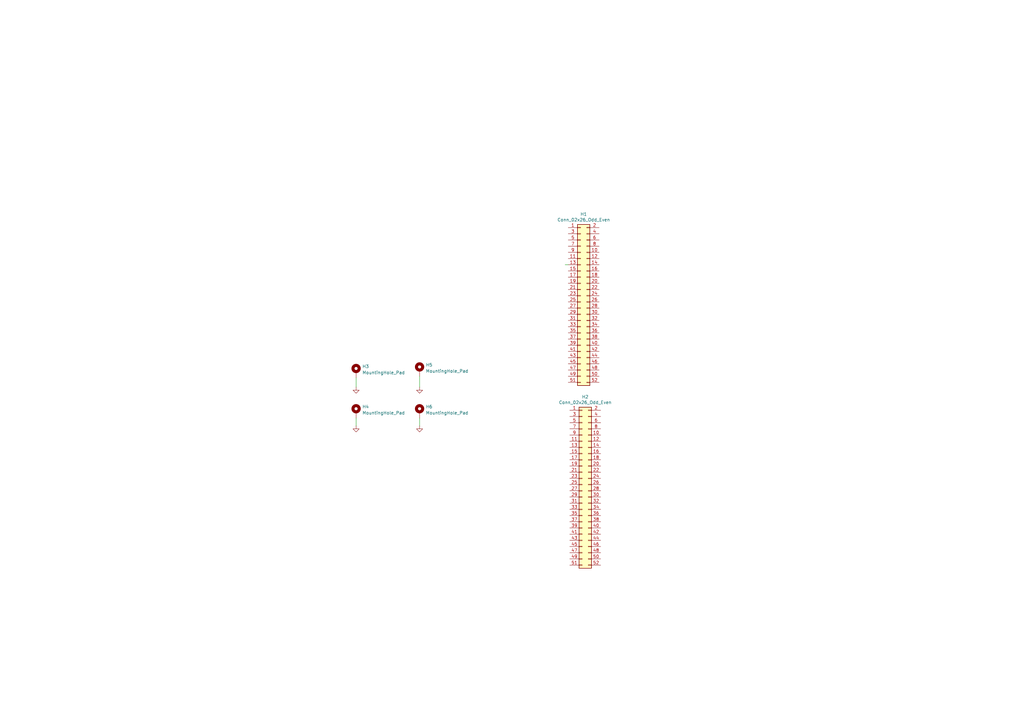
<source format=kicad_sch>
(kicad_sch (version 20211123) (generator eeschema)
  (paper "A3")
  (lib_symbols
    (symbol "Connector_Generic:Conn_02x26_Odd_Even" (pin_names (offset 1.016) hide)
      (property "Reference" "J" (at 1.27 33.02 0))
      (property "Value" "Conn_02x26_Odd_Even" (at 1.27 -35.56 0))
      (symbol "Conn_02x26_Odd_Even_1_1"
        (rectangle (start -1.27 -32.893) (end 0 -33.147) (stroke (width 0.1524)))
        (rectangle (start -1.27 -30.353) (end 0 -30.607) (stroke (width 0.1524)))
        (rectangle (start -1.27 -27.813) (end 0 -28.067) (stroke (width 0.1524)))
        (rectangle (start -1.27 -25.273) (end 0 -25.527) (stroke (width 0.1524)))
        (rectangle (start -1.27 -22.733) (end 0 -22.987) (stroke (width 0.1524)))
        (rectangle (start -1.27 -20.193) (end 0 -20.447) (stroke (width 0.1524)))
        (rectangle (start -1.27 -17.653) (end 0 -17.907) (stroke (width 0.1524)))
        (rectangle (start -1.27 -15.113) (end 0 -15.367) (stroke (width 0.1524)))
        (rectangle (start -1.27 -12.573) (end 0 -12.827) (stroke (width 0.1524)))
        (rectangle (start -1.27 -10.033) (end 0 -10.287) (stroke (width 0.1524)))
        (rectangle (start -1.27 -7.493) (end 0 -7.747) (stroke (width 0.1524)))
        (rectangle (start -1.27 -4.953) (end 0 -5.207) (stroke (width 0.1524)))
        (rectangle (start -1.27 -2.413) (end 0 -2.667) (stroke (width 0.1524)))
        (rectangle (start -1.27 0.127) (end 0 -0.127) (stroke (width 0.1524)))
        (rectangle (start -1.27 2.667) (end 0 2.413) (stroke (width 0.1524)))
        (rectangle (start -1.27 5.207) (end 0 4.953) (stroke (width 0.1524)))
        (rectangle (start -1.27 7.747) (end 0 7.493) (stroke (width 0.1524)))
        (rectangle (start -1.27 10.287) (end 0 10.033) (stroke (width 0.1524)))
        (rectangle (start -1.27 12.827) (end 0 12.573) (stroke (width 0.1524)))
        (rectangle (start -1.27 15.367) (end 0 15.113) (stroke (width 0.1524)))
        (rectangle (start -1.27 17.907) (end 0 17.653) (stroke (width 0.1524)))
        (rectangle (start -1.27 20.447) (end 0 20.193) (stroke (width 0.1524)))
        (rectangle (start -1.27 22.987) (end 0 22.733) (stroke (width 0.1524)))
        (rectangle (start -1.27 25.527) (end 0 25.273) (stroke (width 0.1524)))
        (rectangle (start -1.27 28.067) (end 0 27.813) (stroke (width 0.1524)))
        (rectangle (start -1.27 30.607) (end 0 30.353) (stroke (width 0.1524)))
        (rectangle (start -1.27 31.75) (end 3.81 -34.29) (stroke (width 0.254)) (fill (type background)))
        (rectangle (start 3.81 -32.893) (end 2.54 -33.147) (stroke (width 0.1524)))
        (rectangle (start 3.81 -30.353) (end 2.54 -30.607) (stroke (width 0.1524)))
        (rectangle (start 3.81 -27.813) (end 2.54 -28.067) (stroke (width 0.1524)))
        (rectangle (start 3.81 -25.273) (end 2.54 -25.527) (stroke (width 0.1524)))
        (rectangle (start 3.81 -22.733) (end 2.54 -22.987) (stroke (width 0.1524)))
        (rectangle (start 3.81 -20.193) (end 2.54 -20.447) (stroke (width 0.1524)))
        (rectangle (start 3.81 -17.653) (end 2.54 -17.907) (stroke (width 0.1524)))
        (rectangle (start 3.81 -15.113) (end 2.54 -15.367) (stroke (width 0.1524)))
        (rectangle (start 3.81 -12.573) (end 2.54 -12.827) (stroke (width 0.1524)))
        (rectangle (start 3.81 -10.033) (end 2.54 -10.287) (stroke (width 0.1524)))
        (rectangle (start 3.81 -7.493) (end 2.54 -7.747) (stroke (width 0.1524)))
        (rectangle (start 3.81 -4.953) (end 2.54 -5.207) (stroke (width 0.1524)))
        (rectangle (start 3.81 -2.413) (end 2.54 -2.667) (stroke (width 0.1524)))
        (rectangle (start 3.81 0.127) (end 2.54 -0.127) (stroke (width 0.1524)))
        (rectangle (start 3.81 2.667) (end 2.54 2.413) (stroke (width 0.1524)))
        (rectangle (start 3.81 5.207) (end 2.54 4.953) (stroke (width 0.1524)))
        (rectangle (start 3.81 7.747) (end 2.54 7.493) (stroke (width 0.1524)))
        (rectangle (start 3.81 10.287) (end 2.54 10.033) (stroke (width 0.1524)))
        (rectangle (start 3.81 12.827) (end 2.54 12.573) (stroke (width 0.1524)))
        (rectangle (start 3.81 15.367) (end 2.54 15.113) (stroke (width 0.1524)))
        (rectangle (start 3.81 17.907) (end 2.54 17.653) (stroke (width 0.1524)))
        (rectangle (start 3.81 20.447) (end 2.54 20.193) (stroke (width 0.1524)))
        (rectangle (start 3.81 22.987) (end 2.54 22.733) (stroke (width 0.1524)))
        (rectangle (start 3.81 25.527) (end 2.54 25.273) (stroke (width 0.1524)))
        (rectangle (start 3.81 28.067) (end 2.54 27.813) (stroke (width 0.1524)))
        (rectangle (start 3.81 30.607) (end 2.54 30.353) (stroke (width 0.1524)))
        (pin passive line (at -5.08 30.48 0) (length 3.81) (name "Pin_1") (number "1"))
        (pin passive line (at 7.62 20.32 180) (length 3.81) (name "Pin_10") (number "10"))
        (pin passive line (at -5.08 17.78 0) (length 3.81) (name "Pin_11") (number "11"))
        (pin passive line (at 7.62 17.78 180) (length 3.81) (name "Pin_12") (number "12"))
        (pin passive line (at -5.08 15.24 0) (length 3.81) (name "Pin_13") (number "13"))
        (pin passive line (at 7.62 15.24 180) (length 3.81) (name "Pin_14") (number "14"))
        (pin passive line (at -5.08 12.7 0) (length 3.81) (name "Pin_15") (number "15"))
        (pin passive line (at 7.62 12.7 180) (length 3.81) (name "Pin_16") (number "16"))
        (pin passive line (at -5.08 10.16 0) (length 3.81) (name "Pin_17") (number "17"))
        (pin passive line (at 7.62 10.16 180) (length 3.81) (name "Pin_18") (number "18"))
        (pin passive line (at -5.08 7.62 0) (length 3.81) (name "Pin_19") (number "19"))
        (pin passive line (at 7.62 30.48 180) (length 3.81) (name "Pin_2") (number "2"))
        (pin passive line (at 7.62 7.62 180) (length 3.81) (name "Pin_20") (number "20"))
        (pin passive line (at -5.08 5.08 0) (length 3.81) (name "Pin_21") (number "21"))
        (pin passive line (at 7.62 5.08 180) (length 3.81) (name "Pin_22") (number "22"))
        (pin passive line (at -5.08 2.54 0) (length 3.81) (name "Pin_23") (number "23"))
        (pin passive line (at 7.62 2.54 180) (length 3.81) (name "Pin_24") (number "24"))
        (pin passive line (at -5.08 0 0) (length 3.81) (name "Pin_25") (number "25"))
        (pin passive line (at 7.62 0 180) (length 3.81) (name "Pin_26") (number "26"))
        (pin passive line (at -5.08 -2.54 0) (length 3.81) (name "Pin_27") (number "27"))
        (pin passive line (at 7.62 -2.54 180) (length 3.81) (name "Pin_28") (number "28"))
        (pin passive line (at -5.08 -5.08 0) (length 3.81) (name "Pin_29") (number "29"))
        (pin passive line (at -5.08 27.94 0) (length 3.81) (name "Pin_3") (number "3"))
        (pin passive line (at 7.62 -5.08 180) (length 3.81) (name "Pin_30") (number "30"))
        (pin passive line (at -5.08 -7.62 0) (length 3.81) (name "Pin_31") (number "31"))
        (pin passive line (at 7.62 -7.62 180) (length 3.81) (name "Pin_32") (number "32"))
        (pin passive line (at -5.08 -10.16 0) (length 3.81) (name "Pin_33") (number "33"))
        (pin passive line (at 7.62 -10.16 180) (length 3.81) (name "Pin_34") (number "34"))
        (pin passive line (at -5.08 -12.7 0) (length 3.81) (name "Pin_35") (number "35"))
        (pin passive line (at 7.62 -12.7 180) (length 3.81) (name "Pin_36") (number "36"))
        (pin passive line (at -5.08 -15.24 0) (length 3.81) (name "Pin_37") (number "37"))
        (pin passive line (at 7.62 -15.24 180) (length 3.81) (name "Pin_38") (number "38"))
        (pin passive line (at -5.08 -17.78 0) (length 3.81) (name "Pin_39") (number "39"))
        (pin passive line (at 7.62 27.94 180) (length 3.81) (name "Pin_4") (number "4"))
        (pin passive line (at 7.62 -17.78 180) (length 3.81) (name "Pin_40") (number "40"))
        (pin passive line (at -5.08 -20.32 0) (length 3.81) (name "Pin_41") (number "41"))
        (pin passive line (at 7.62 -20.32 180) (length 3.81) (name "Pin_42") (number "42"))
        (pin passive line (at -5.08 -22.86 0) (length 3.81) (name "Pin_43") (number "43"))
        (pin passive line (at 7.62 -22.86 180) (length 3.81) (name "Pin_44") (number "44"))
        (pin passive line (at -5.08 -25.4 0) (length 3.81) (name "Pin_45") (number "45"))
        (pin passive line (at 7.62 -25.4 180) (length 3.81) (name "Pin_46") (number "46"))
        (pin passive line (at -5.08 -27.94 0) (length 3.81) (name "Pin_47") (number "47"))
        (pin passive line (at 7.62 -27.94 180) (length 3.81) (name "Pin_48") (number "48"))
        (pin passive line (at -5.08 -30.48 0) (length 3.81) (name "Pin_49") (number "49"))
        (pin passive line (at -5.08 25.4 0) (length 3.81) (name "Pin_5") (number "5"))
        (pin passive line (at 7.62 -30.48 180) (length 3.81) (name "Pin_50") (number "50"))
        (pin passive line (at -5.08 -33.02 0) (length 3.81) (name "Pin_51") (number "51"))
        (pin passive line (at 7.62 -33.02 180) (length 3.81) (name "Pin_52") (number "52"))
        (pin passive line (at 7.62 25.4 180) (length 3.81) (name "Pin_6") (number "6"))
        (pin passive line (at -5.08 22.86 0) (length 3.81) (name "Pin_7") (number "7"))
        (pin passive line (at 7.62 22.86 180) (length 3.81) (name "Pin_8") (number "8"))
        (pin passive line (at -5.08 20.32 0) (length 3.81) (name "Pin_9") (number "9"))
      )
    )
    (symbol "Mechanical:MountingHole_Pad" (pin_numbers hide) (pin_names (offset 1.016) hide)
      (property "Reference" "H" (at 0 6.35 0))
      (property "Value" "MountingHole_Pad" (at 0 4.445 0))
      (symbol "MountingHole_Pad_0_1"
        (circle (center 0 1.27) (radius 1.27) (stroke (width 1.27)))
      )
      (symbol "MountingHole_Pad_1_1"
        (pin input line (at 0 -2.54 90) (length 2.54) (name "1") (number "1"))
      )
    )
    (symbol "power:GND" (power) (pin_names (offset 0))
      (property "Value" "GND" (at 0 -3.81 0))
      (symbol "GND_0_1"
        (polyline (pts (xy 0 0) (xy 0 -1.27) (xy 1.27 -1.27) (xy 0 -2.54) (xy -1.27 -1.27) (xy 0 -1.27)))
      )
      (symbol "GND_1_1"
        (pin power_in line (at 0 0 270) (length 0) hide (name "GND") (number "1"))
      )
    )
  )
  (wire (pts (xy 172.085 154.305) (xy 172.085 158.75)))
  (wire (pts (xy 146.05 171.45) (xy 146.05 174.625)))
  (wire (pts (xy 231.775 108.585) (xy 233.045 108.585)))
  (wire (pts (xy 146.05 154.94) (xy 146.05 158.75)))
  (wire (pts (xy 172.085 171.45) (xy 172.085 174.625)))
  (symbol (lib_id "Connector_Generic:Conn_02x26_Odd_Even") (at 238.76 198.755 0) (unit 1)
    (property "Reference" "H2" (at 240.03 162.7632 0))
    (property "Value" "Conn_02x26_Odd_Even" (at 240.03 165.0746 0))
    (property "Footprint" "SilverSat_footprints:TheBus2x26" (effects hide))
  )
  (symbol (lib_id "Connector_Generic:Conn_02x26_Odd_Even") (at 238.125 123.825 0) (unit 1)
    (property "Reference" "H1" (at 239.395 87.8332 0))
    (property "Value" "Conn_02x26_Odd_Even" (at 239.395 90.1446 0))
    (property "Footprint" "SilverSat_footprints:TheBus2x26" (effects hide))
  )
  (symbol (lib_id "power:GND") (at 172.085 158.75 0) (unit 1)
    (property "Reference" "#PWR03" (effects hide))
    (property "Value" "GND" (effects hide))
  )
  (symbol (lib_id "Mechanical:MountingHole_Pad") (at 146.05 152.4 0) (unit 1)
    (property "Reference" "H3" (at 148.59 150.2953 0) (effects (justify left)))
    (property "Value" "MountingHole_Pad" (at 148.59 152.8322 0) (effects (justify left)))
  )
  (symbol (lib_id "Mechanical:MountingHole_Pad") (at 172.085 168.91 0) (unit 1)
    (property "Reference" "H6" (at 174.625 166.8053 0) (effects (justify left)))
    (property "Value" "MountingHole_Pad" (at 174.625 169.3422 0) (effects (justify left)))
  )
  (symbol (lib_id "power:GND") (at 172.085 174.625 0) (unit 1)
    (property "Reference" "#PWR04" (effects hide))
    (property "Value" "GND" (effects hide))
  )
  (symbol (lib_id "power:GND") (at 146.05 174.625 0) (unit 1)
    (property "Reference" "#PWR02" (effects hide))
    (property "Value" "GND" (effects hide))
  )
  (symbol (lib_id "Mechanical:MountingHole_Pad") (at 146.05 168.91 0) (unit 1)
    (property "Reference" "H4" (at 148.59 166.8053 0) (effects (justify left)))
    (property "Value" "MountingHole_Pad" (at 148.59 169.3422 0) (effects (justify left)))
  )
  (symbol (lib_id "Mechanical:MountingHole_Pad") (at 172.085 151.765 0) (unit 1)
    (property "Reference" "H5" (at 174.625 149.6603 0) (effects (justify left)))
    (property "Value" "MountingHole_Pad" (at 174.625 152.1972 0) (effects (justify left)))
  )
  (symbol (lib_id "power:GND") (at 146.05 158.75 0) (unit 1)
    (property "Reference" "#PWR01" (effects hide))
    (property "Value" "GND" (effects hide))
  )
)
</source>
